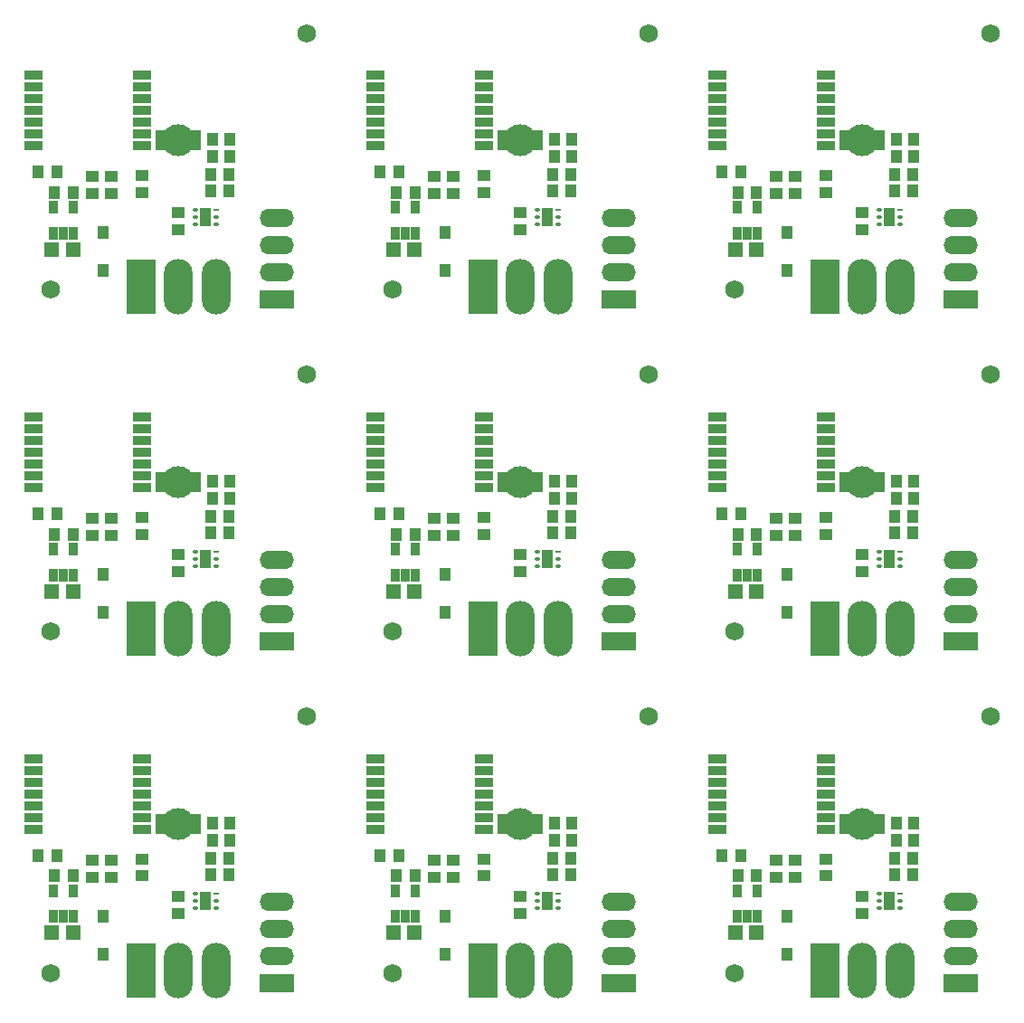
<source format=gbs>
G04*
G04 #@! TF.GenerationSoftware,Altium Limited,Altium Designer,23.2.1 (34)*
G04*
G04 Layer_Color=16711935*
%FSAX44Y44*%
%MOMM*%
G71*
G04*
G04 #@! TF.SameCoordinates,AAD7112A-FC18-4F3B-BB33-003CACF6D59D*
G04*
G04*
G04 #@! TF.FilePolarity,Negative*
G04*
G01*
G75*
%ADD31R,1.1000X1.7000*%
%ADD32R,0.5561X0.2925*%
G04:AMPARAMS|DCode=33|XSize=0.5561mm|YSize=0.2925mm|CornerRadius=0.1462mm|HoleSize=0mm|Usage=FLASHONLY|Rotation=180.000|XOffset=0mm|YOffset=0mm|HoleType=Round|Shape=RoundedRectangle|*
%AMROUNDEDRECTD33*
21,1,0.5561,0.0000,0,0,180.0*
21,1,0.2636,0.2925,0,0,180.0*
1,1,0.2925,-0.1318,0.0000*
1,1,0.2925,0.1318,0.0000*
1,1,0.2925,0.1318,0.0000*
1,1,0.2925,-0.1318,0.0000*
%
%ADD33ROUNDEDRECTD33*%
%ADD41C,1.7272*%
%ADD42O,2.7032X5.2032*%
%ADD43R,2.7032X5.2032*%
%ADD44C,3.0032*%
%ADD45R,1.3462X1.4732*%
%ADD46R,1.0032X1.2032*%
%ADD47R,1.0032X1.1682*%
%ADD48R,1.0032X1.3032*%
%ADD49R,1.3032X1.0032*%
%ADD50R,1.7032X0.9032*%
%ADD51R,3.2032X1.7032*%
%ADD52O,3.2032X1.7032*%
%ADD53R,0.8532X1.3032*%
%ADD54R,1.2192X1.9812*%
D31*
X00206608Y00127085D02*
D03*
X00526609D02*
D03*
X00846609D02*
D03*
X00206608Y00447085D02*
D03*
X00526609D02*
D03*
X00846609D02*
D03*
X00206608Y00767086D02*
D03*
X00526609D02*
D03*
X00846609D02*
D03*
D32*
X00216388Y00133585D02*
D03*
X00536389D02*
D03*
X00856389D02*
D03*
X00216388Y00453586D02*
D03*
X00536389D02*
D03*
X00856389D02*
D03*
X00216388Y00773586D02*
D03*
X00536389D02*
D03*
X00856389D02*
D03*
D33*
X00216388Y00127085D02*
D03*
Y00120585D02*
D03*
X00196828D02*
D03*
Y00127085D02*
D03*
Y00133585D02*
D03*
X00536389Y00127085D02*
D03*
Y00120585D02*
D03*
X00516828D02*
D03*
Y00127085D02*
D03*
Y00133585D02*
D03*
X00856389Y00127085D02*
D03*
Y00120585D02*
D03*
X00836829D02*
D03*
Y00127085D02*
D03*
Y00133585D02*
D03*
X00216388Y00447085D02*
D03*
Y00440586D02*
D03*
X00196828D02*
D03*
Y00447085D02*
D03*
Y00453586D02*
D03*
X00536389Y00447085D02*
D03*
Y00440586D02*
D03*
X00516828D02*
D03*
Y00447085D02*
D03*
Y00453586D02*
D03*
X00856389Y00447085D02*
D03*
Y00440586D02*
D03*
X00836829D02*
D03*
Y00447085D02*
D03*
Y00453586D02*
D03*
X00216388Y00767086D02*
D03*
Y00760586D02*
D03*
X00196828D02*
D03*
Y00767086D02*
D03*
Y00773586D02*
D03*
X00536389Y00767086D02*
D03*
Y00760586D02*
D03*
X00516828D02*
D03*
Y00767086D02*
D03*
Y00773586D02*
D03*
X00856389Y00767086D02*
D03*
Y00760586D02*
D03*
X00836829D02*
D03*
Y00767086D02*
D03*
Y00773586D02*
D03*
D41*
X00061110Y00059350D02*
D03*
X00301110Y00299350D02*
D03*
X00381110Y00059350D02*
D03*
X00621111Y00299350D02*
D03*
X00701111Y00059350D02*
D03*
X00941111Y00299350D02*
D03*
X00061110Y00379350D02*
D03*
X00301110Y00619350D02*
D03*
X00381110Y00379350D02*
D03*
X00621111Y00619350D02*
D03*
X00701111Y00379350D02*
D03*
X00941111Y00619350D02*
D03*
X00061110Y00699350D02*
D03*
X00301110Y00939351D02*
D03*
X00381110Y00699350D02*
D03*
X00621111Y00939351D02*
D03*
X00701111Y00699350D02*
D03*
X00941111Y00939351D02*
D03*
D42*
X00216110Y00061514D02*
D03*
X00181110D02*
D03*
X00536110D02*
D03*
X00501110D02*
D03*
X00856111D02*
D03*
X00821111D02*
D03*
X00216110Y00381514D02*
D03*
X00181110D02*
D03*
X00536110D02*
D03*
X00501110D02*
D03*
X00856111D02*
D03*
X00821111D02*
D03*
X00216110Y00701514D02*
D03*
X00181110D02*
D03*
X00536110D02*
D03*
X00501110D02*
D03*
X00856111D02*
D03*
X00821111D02*
D03*
D43*
X00146110Y00061514D02*
D03*
X00466110D02*
D03*
X00786111D02*
D03*
X00146110Y00381514D02*
D03*
X00466110D02*
D03*
X00786111D02*
D03*
X00146110Y00701514D02*
D03*
X00466110D02*
D03*
X00786111D02*
D03*
D44*
X00181110Y00199350D02*
D03*
X00501110D02*
D03*
X00821111D02*
D03*
X00181110Y00519350D02*
D03*
X00501110D02*
D03*
X00821111D02*
D03*
X00181110Y00839350D02*
D03*
X00501110D02*
D03*
X00821111D02*
D03*
D45*
X00062185Y00096931D02*
D03*
X00082185D02*
D03*
X00382186D02*
D03*
X00402186D02*
D03*
X00702186D02*
D03*
X00722186D02*
D03*
X00062185Y00416931D02*
D03*
X00082185D02*
D03*
X00382186D02*
D03*
X00402186D02*
D03*
X00702186D02*
D03*
X00722186D02*
D03*
X00062185Y00736931D02*
D03*
X00082185D02*
D03*
X00382186D02*
D03*
X00402186D02*
D03*
X00702186D02*
D03*
X00722186D02*
D03*
D46*
X00110510Y00076775D02*
D03*
Y00112775D02*
D03*
X00430510Y00076775D02*
D03*
Y00112775D02*
D03*
X00750511Y00076775D02*
D03*
Y00112775D02*
D03*
X00110510Y00396776D02*
D03*
Y00432776D02*
D03*
X00430510Y00396776D02*
D03*
Y00432776D02*
D03*
X00750511Y00396776D02*
D03*
Y00432776D02*
D03*
X00110510Y00716776D02*
D03*
Y00752776D02*
D03*
X00430510Y00716776D02*
D03*
Y00752776D02*
D03*
X00750511Y00716776D02*
D03*
Y00752776D02*
D03*
D47*
X00210996Y00151387D02*
D03*
X00228496D02*
D03*
X00064705Y00150271D02*
D03*
X00082205Y00150271D02*
D03*
X00049690Y00169705D02*
D03*
X00067190D02*
D03*
X00228480Y00167166D02*
D03*
X00210980D02*
D03*
X00530997Y00151387D02*
D03*
X00548497D02*
D03*
X00384706Y00150271D02*
D03*
X00402206Y00150271D02*
D03*
X00369691Y00169705D02*
D03*
X00387191D02*
D03*
X00548480Y00167166D02*
D03*
X00530980D02*
D03*
X00850997Y00151387D02*
D03*
X00868497D02*
D03*
X00704706Y00150271D02*
D03*
X00722206Y00150271D02*
D03*
X00689691Y00169705D02*
D03*
X00707191D02*
D03*
X00868481Y00167166D02*
D03*
X00850981D02*
D03*
X00210996Y00471387D02*
D03*
X00228496D02*
D03*
X00064705Y00470271D02*
D03*
X00082205Y00470271D02*
D03*
X00049690Y00489706D02*
D03*
X00067190D02*
D03*
X00228480Y00487166D02*
D03*
X00210980D02*
D03*
X00530997Y00471387D02*
D03*
X00548497D02*
D03*
X00384706Y00470271D02*
D03*
X00402206Y00470271D02*
D03*
X00369691Y00489706D02*
D03*
X00387191D02*
D03*
X00548480Y00487166D02*
D03*
X00530980D02*
D03*
X00850997Y00471387D02*
D03*
X00868497D02*
D03*
X00704706Y00470271D02*
D03*
X00722206Y00470271D02*
D03*
X00689691Y00489706D02*
D03*
X00707191D02*
D03*
X00868481Y00487166D02*
D03*
X00850981D02*
D03*
X00210996Y00791387D02*
D03*
X00228496D02*
D03*
X00064705Y00790271D02*
D03*
X00082205Y00790271D02*
D03*
X00049690Y00809706D02*
D03*
X00067190D02*
D03*
X00228480Y00807166D02*
D03*
X00210980D02*
D03*
X00530997Y00791387D02*
D03*
X00548497D02*
D03*
X00384706Y00790271D02*
D03*
X00402206Y00790271D02*
D03*
X00369691Y00809706D02*
D03*
X00387191D02*
D03*
X00548480Y00807166D02*
D03*
X00530980D02*
D03*
X00850997Y00791387D02*
D03*
X00868497D02*
D03*
X00704706Y00790271D02*
D03*
X00722206Y00790271D02*
D03*
X00689691Y00809706D02*
D03*
X00707191D02*
D03*
X00868481Y00807166D02*
D03*
X00850981D02*
D03*
D48*
X00229000Y00183675D02*
D03*
X00213000D02*
D03*
X00229051Y00199785D02*
D03*
X00213051D02*
D03*
X00549001Y00183675D02*
D03*
X00533000D02*
D03*
X00549051Y00199785D02*
D03*
X00533051D02*
D03*
X00869001Y00183675D02*
D03*
X00853001D02*
D03*
X00869051Y00199785D02*
D03*
X00853051D02*
D03*
X00229000Y00503676D02*
D03*
X00213000D02*
D03*
X00229051Y00519785D02*
D03*
X00213051D02*
D03*
X00549001Y00503676D02*
D03*
X00533000D02*
D03*
X00549051Y00519785D02*
D03*
X00533051D02*
D03*
X00869001Y00503676D02*
D03*
X00853001D02*
D03*
X00869051Y00519785D02*
D03*
X00853051D02*
D03*
X00229000Y00823676D02*
D03*
X00213000D02*
D03*
X00229051Y00839785D02*
D03*
X00213051D02*
D03*
X00549001Y00823676D02*
D03*
X00533000D02*
D03*
X00549051Y00839785D02*
D03*
X00533051D02*
D03*
X00869001Y00823676D02*
D03*
X00853001D02*
D03*
X00869051Y00839785D02*
D03*
X00853051D02*
D03*
D49*
X00147340Y00166276D02*
D03*
Y00150275D02*
D03*
X00100350Y00149005D02*
D03*
Y00165005D02*
D03*
X00118130Y00149005D02*
D03*
Y00165005D02*
D03*
X00181110Y00115048D02*
D03*
Y00131048D02*
D03*
X00467341Y00166276D02*
D03*
Y00150275D02*
D03*
X00420350Y00149005D02*
D03*
Y00165005D02*
D03*
X00438130Y00149005D02*
D03*
Y00165005D02*
D03*
X00501110Y00115048D02*
D03*
Y00131048D02*
D03*
X00787341Y00166276D02*
D03*
Y00150275D02*
D03*
X00740351Y00149005D02*
D03*
Y00165005D02*
D03*
X00758131Y00149005D02*
D03*
Y00165005D02*
D03*
X00821111Y00115048D02*
D03*
Y00131048D02*
D03*
X00147340Y00486276D02*
D03*
Y00470276D02*
D03*
X00100350Y00469006D02*
D03*
Y00485006D02*
D03*
X00118130Y00469006D02*
D03*
Y00485006D02*
D03*
X00181110Y00435048D02*
D03*
Y00451048D02*
D03*
X00467341Y00486276D02*
D03*
Y00470276D02*
D03*
X00420350Y00469006D02*
D03*
Y00485006D02*
D03*
X00438130Y00469006D02*
D03*
Y00485006D02*
D03*
X00501110Y00435048D02*
D03*
Y00451048D02*
D03*
X00787341Y00486276D02*
D03*
Y00470276D02*
D03*
X00740351Y00469006D02*
D03*
Y00485006D02*
D03*
X00758131Y00469006D02*
D03*
Y00485006D02*
D03*
X00821111Y00435048D02*
D03*
Y00451048D02*
D03*
X00147340Y00806276D02*
D03*
Y00790276D02*
D03*
X00100350Y00789006D02*
D03*
Y00805006D02*
D03*
X00118130Y00789006D02*
D03*
Y00805006D02*
D03*
X00181110Y00755048D02*
D03*
Y00771048D02*
D03*
X00467341Y00806276D02*
D03*
Y00790276D02*
D03*
X00420350Y00789006D02*
D03*
Y00805006D02*
D03*
X00438130Y00789006D02*
D03*
Y00805006D02*
D03*
X00501110Y00755048D02*
D03*
Y00771048D02*
D03*
X00787341Y00806276D02*
D03*
Y00790276D02*
D03*
X00740351Y00789006D02*
D03*
Y00805006D02*
D03*
X00758131Y00789006D02*
D03*
Y00805006D02*
D03*
X00821111Y00755048D02*
D03*
Y00771048D02*
D03*
D50*
X00147340Y00259876D02*
D03*
Y00248876D02*
D03*
Y00237875D02*
D03*
Y00226875D02*
D03*
Y00215875D02*
D03*
Y00204876D02*
D03*
Y00193876D02*
D03*
X00045340D02*
D03*
Y00204876D02*
D03*
Y00215875D02*
D03*
Y00226875D02*
D03*
Y00237875D02*
D03*
Y00248876D02*
D03*
Y00259876D02*
D03*
X00467341D02*
D03*
Y00248876D02*
D03*
Y00237875D02*
D03*
Y00226875D02*
D03*
Y00215875D02*
D03*
Y00204876D02*
D03*
Y00193876D02*
D03*
X00365340D02*
D03*
Y00204876D02*
D03*
Y00215875D02*
D03*
Y00226875D02*
D03*
Y00237875D02*
D03*
Y00248876D02*
D03*
Y00259876D02*
D03*
X00787341D02*
D03*
Y00248876D02*
D03*
Y00237875D02*
D03*
Y00226875D02*
D03*
Y00215875D02*
D03*
Y00204876D02*
D03*
Y00193876D02*
D03*
X00685341D02*
D03*
Y00204876D02*
D03*
Y00215875D02*
D03*
Y00226875D02*
D03*
Y00237875D02*
D03*
Y00248876D02*
D03*
Y00259876D02*
D03*
X00147340Y00579876D02*
D03*
Y00568876D02*
D03*
Y00557876D02*
D03*
Y00546876D02*
D03*
Y00535876D02*
D03*
Y00524876D02*
D03*
Y00513876D02*
D03*
X00045340D02*
D03*
Y00524876D02*
D03*
Y00535876D02*
D03*
Y00546876D02*
D03*
Y00557876D02*
D03*
Y00568876D02*
D03*
Y00579876D02*
D03*
X00467341D02*
D03*
Y00568876D02*
D03*
Y00557876D02*
D03*
Y00546876D02*
D03*
Y00535876D02*
D03*
Y00524876D02*
D03*
Y00513876D02*
D03*
X00365340D02*
D03*
Y00524876D02*
D03*
Y00535876D02*
D03*
Y00546876D02*
D03*
Y00557876D02*
D03*
Y00568876D02*
D03*
Y00579876D02*
D03*
X00787341D02*
D03*
Y00568876D02*
D03*
Y00557876D02*
D03*
Y00546876D02*
D03*
Y00535876D02*
D03*
Y00524876D02*
D03*
Y00513876D02*
D03*
X00685341D02*
D03*
Y00524876D02*
D03*
Y00535876D02*
D03*
Y00546876D02*
D03*
Y00557876D02*
D03*
Y00568876D02*
D03*
Y00579876D02*
D03*
X00147340Y00899876D02*
D03*
Y00888876D02*
D03*
Y00877876D02*
D03*
Y00866876D02*
D03*
Y00855876D02*
D03*
Y00844876D02*
D03*
Y00833876D02*
D03*
X00045340D02*
D03*
Y00844876D02*
D03*
Y00855876D02*
D03*
Y00866876D02*
D03*
Y00877876D02*
D03*
Y00888876D02*
D03*
Y00899876D02*
D03*
X00467341D02*
D03*
Y00888876D02*
D03*
Y00877876D02*
D03*
Y00866876D02*
D03*
Y00855876D02*
D03*
Y00844876D02*
D03*
Y00833876D02*
D03*
X00365340D02*
D03*
Y00844876D02*
D03*
Y00855876D02*
D03*
Y00866876D02*
D03*
Y00877876D02*
D03*
Y00888876D02*
D03*
Y00899876D02*
D03*
X00787341D02*
D03*
Y00888876D02*
D03*
Y00877876D02*
D03*
Y00866876D02*
D03*
Y00855876D02*
D03*
Y00844876D02*
D03*
Y00833876D02*
D03*
X00685341D02*
D03*
Y00844876D02*
D03*
Y00855876D02*
D03*
Y00866876D02*
D03*
Y00877876D02*
D03*
Y00888876D02*
D03*
Y00899876D02*
D03*
D51*
X00273070Y00050325D02*
D03*
X00593070D02*
D03*
X00913071D02*
D03*
X00273070Y00370326D02*
D03*
X00593070D02*
D03*
X00913071D02*
D03*
X00273070Y00690326D02*
D03*
X00593070D02*
D03*
X00913071D02*
D03*
D52*
X00273070Y00075725D02*
D03*
Y00101125D02*
D03*
Y00126525D02*
D03*
X00593070Y00075725D02*
D03*
Y00101125D02*
D03*
Y00126525D02*
D03*
X00913071Y00075725D02*
D03*
Y00101125D02*
D03*
Y00126525D02*
D03*
X00273070Y00395726D02*
D03*
Y00421126D02*
D03*
Y00446526D02*
D03*
X00593070Y00395726D02*
D03*
Y00421126D02*
D03*
Y00446526D02*
D03*
X00913071Y00395726D02*
D03*
Y00421126D02*
D03*
Y00446526D02*
D03*
X00273070Y00715726D02*
D03*
Y00741126D02*
D03*
Y00766526D02*
D03*
X00593070Y00715726D02*
D03*
Y00741126D02*
D03*
Y00766526D02*
D03*
X00913071Y00715726D02*
D03*
Y00741126D02*
D03*
Y00766526D02*
D03*
D53*
X00082955Y00136171D02*
D03*
X00063955Y00136170D02*
D03*
Y00112170D02*
D03*
X00073455Y00112170D02*
D03*
X00082955Y00112170D02*
D03*
X00402956Y00136171D02*
D03*
X00383955Y00136170D02*
D03*
Y00112170D02*
D03*
X00393456Y00112170D02*
D03*
X00402956Y00112170D02*
D03*
X00722956Y00136171D02*
D03*
X00703956Y00136170D02*
D03*
Y00112170D02*
D03*
X00713456Y00112170D02*
D03*
X00722956Y00112170D02*
D03*
X00082955Y00456171D02*
D03*
X00063955Y00456171D02*
D03*
Y00432171D02*
D03*
X00073455Y00432171D02*
D03*
X00082955Y00432171D02*
D03*
X00402956Y00456171D02*
D03*
X00383955Y00456171D02*
D03*
Y00432171D02*
D03*
X00393456Y00432171D02*
D03*
X00402956Y00432171D02*
D03*
X00722956Y00456171D02*
D03*
X00703956Y00456171D02*
D03*
Y00432171D02*
D03*
X00713456Y00432171D02*
D03*
X00722956Y00432171D02*
D03*
X00082955Y00776171D02*
D03*
X00063955Y00776171D02*
D03*
Y00752171D02*
D03*
X00073455Y00752171D02*
D03*
X00082955Y00752171D02*
D03*
X00402956Y00776171D02*
D03*
X00383955Y00776171D02*
D03*
Y00752171D02*
D03*
X00393456Y00752171D02*
D03*
X00402956Y00752171D02*
D03*
X00722956Y00776171D02*
D03*
X00703956Y00776171D02*
D03*
Y00752171D02*
D03*
X00713456Y00752171D02*
D03*
X00722956Y00752171D02*
D03*
D54*
X00165870Y00199350D02*
D03*
X00196350D02*
D03*
X00485871D02*
D03*
X00516351D02*
D03*
X00805871D02*
D03*
X00836351D02*
D03*
X00165870Y00519350D02*
D03*
X00196350D02*
D03*
X00485871D02*
D03*
X00516351D02*
D03*
X00805871D02*
D03*
X00836351D02*
D03*
X00165870Y00839350D02*
D03*
X00196350D02*
D03*
X00485871D02*
D03*
X00516351D02*
D03*
X00805871D02*
D03*
X00836351D02*
D03*
M02*

</source>
